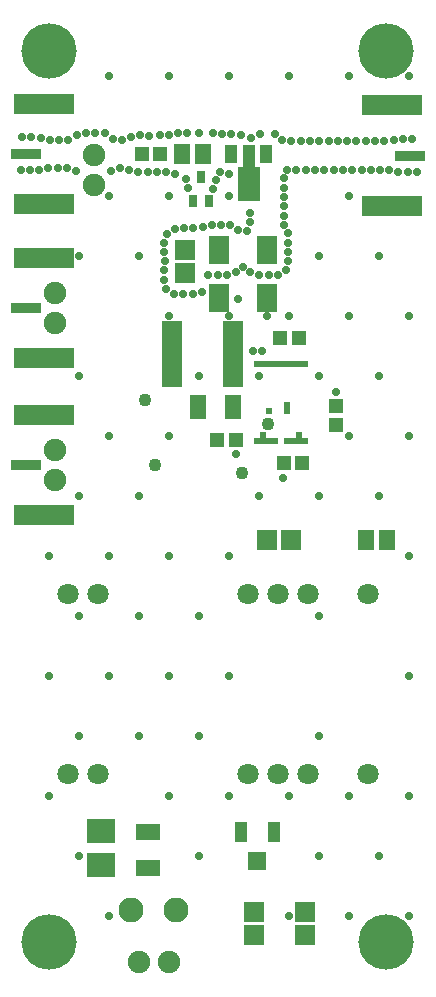
<source format=gts>
G04 Layer_Color=8388736*
%FSLAX23Y23*%
%MOIN*%
G70*
G01*
G75*
%ADD59R,0.067X0.067*%
%ADD60R,0.045X0.047*%
%ADD61R,0.047X0.045*%
%ADD62R,0.019X0.019*%
%ADD63R,0.067X0.221*%
%ADD64R,0.069X0.095*%
%ADD65R,0.043X0.059*%
%ADD66R,0.043X0.083*%
%ADD67R,0.075X0.114*%
%ADD68R,0.201X0.071*%
%ADD69R,0.101X0.036*%
%ADD70R,0.043X0.071*%
%ADD71R,0.059X0.059*%
%ADD72R,0.053X0.065*%
%ADD73R,0.026X0.043*%
%ADD74R,0.053X0.079*%
%ADD75R,0.079X0.053*%
%ADD76R,0.097X0.079*%
%ADD77R,0.067X0.067*%
%ADD78C,0.075*%
%ADD79C,0.083*%
%ADD80C,0.071*%
%ADD81C,0.185*%
%ADD82C,0.029*%
%ADD83C,0.043*%
D59*
X822Y164D02*
D03*
Y242D02*
D03*
X594Y2370D02*
D03*
Y2448D02*
D03*
X991Y242D02*
D03*
Y164D02*
D03*
D60*
X510Y2768D02*
D03*
X448D02*
D03*
X699Y1814D02*
D03*
X761D02*
D03*
X983Y1736D02*
D03*
X921D02*
D03*
X971Y2155D02*
D03*
X908D02*
D03*
D61*
X1095Y1864D02*
D03*
Y1927D02*
D03*
D62*
X833Y2066D02*
D03*
X853D02*
D03*
X873D02*
D03*
X892D02*
D03*
X912D02*
D03*
X932D02*
D03*
X951D02*
D03*
X971D02*
D03*
X991D02*
D03*
X932Y1929D02*
D03*
X873Y1909D02*
D03*
X932D02*
D03*
X853Y1830D02*
D03*
X833Y1811D02*
D03*
X991D02*
D03*
X971D02*
D03*
X951D02*
D03*
X932D02*
D03*
X892D02*
D03*
X853D02*
D03*
X873D02*
D03*
X971Y1830D02*
D03*
D63*
X753Y2100D02*
D03*
X549D02*
D03*
D64*
X866Y2287D02*
D03*
Y2448D02*
D03*
X706Y2448D02*
D03*
Y2287D02*
D03*
D65*
X864Y2768D02*
D03*
X746D02*
D03*
D66*
X805Y2757D02*
D03*
D67*
Y2666D02*
D03*
D68*
X1282Y2929D02*
D03*
Y2595D02*
D03*
X123Y2935D02*
D03*
Y2601D02*
D03*
Y2421D02*
D03*
Y2087D02*
D03*
Y1898D02*
D03*
Y1564D02*
D03*
D69*
X1344Y2762D02*
D03*
X61Y2768D02*
D03*
Y2254D02*
D03*
Y1731D02*
D03*
D70*
X888Y507D02*
D03*
X778D02*
D03*
D71*
X833Y411D02*
D03*
D72*
X1266Y1482D02*
D03*
X1196D02*
D03*
X652Y2768D02*
D03*
X582D02*
D03*
D73*
X620Y2610D02*
D03*
X672D02*
D03*
X646Y2692D02*
D03*
D74*
X751Y1923D02*
D03*
X637D02*
D03*
D75*
X469Y388D02*
D03*
Y506D02*
D03*
D76*
X312Y510D02*
D03*
Y396D02*
D03*
D77*
X867Y1480D02*
D03*
X945D02*
D03*
D78*
X440Y74D02*
D03*
X540D02*
D03*
X288Y2764D02*
D03*
Y2664D02*
D03*
X160Y2304D02*
D03*
Y2204D02*
D03*
Y1781D02*
D03*
Y1681D02*
D03*
D79*
X564Y247D02*
D03*
X414D02*
D03*
D80*
X802Y1301D02*
D03*
X202D02*
D03*
X302D02*
D03*
X902D02*
D03*
X1002D02*
D03*
X202Y701D02*
D03*
X302D02*
D03*
X802D02*
D03*
X902D02*
D03*
X1002D02*
D03*
X1202Y1301D02*
D03*
Y701D02*
D03*
D81*
X140Y140D02*
D03*
X1262D02*
D03*
Y3110D02*
D03*
X140D02*
D03*
D82*
X1339Y3027D02*
D03*
Y2227D02*
D03*
Y1827D02*
D03*
Y1427D02*
D03*
Y1027D02*
D03*
Y627D02*
D03*
Y227D02*
D03*
X1139Y3027D02*
D03*
Y2627D02*
D03*
X1239Y2427D02*
D03*
X1139Y2227D02*
D03*
X1239Y2027D02*
D03*
X1139Y1827D02*
D03*
X1239Y1627D02*
D03*
X1139Y627D02*
D03*
X1239Y427D02*
D03*
X1139Y227D02*
D03*
X939Y3027D02*
D03*
X1039Y2427D02*
D03*
X939Y2227D02*
D03*
X1039Y2027D02*
D03*
Y1627D02*
D03*
Y1227D02*
D03*
Y827D02*
D03*
X939Y627D02*
D03*
X1039Y427D02*
D03*
X939Y227D02*
D03*
X739Y3027D02*
D03*
Y2627D02*
D03*
Y2227D02*
D03*
X839Y2027D02*
D03*
Y1627D02*
D03*
X739Y1427D02*
D03*
Y1027D02*
D03*
Y627D02*
D03*
X539Y3027D02*
D03*
Y2627D02*
D03*
Y2227D02*
D03*
X639Y2027D02*
D03*
X539Y1827D02*
D03*
Y1427D02*
D03*
X639Y1227D02*
D03*
X539Y1027D02*
D03*
X639Y827D02*
D03*
X539Y627D02*
D03*
X639Y427D02*
D03*
X339Y3027D02*
D03*
Y2627D02*
D03*
X439Y2427D02*
D03*
X339Y1827D02*
D03*
X439Y1627D02*
D03*
X339Y1427D02*
D03*
X439Y1227D02*
D03*
X339Y1027D02*
D03*
X439Y827D02*
D03*
X339Y227D02*
D03*
X239Y2427D02*
D03*
Y2027D02*
D03*
Y1627D02*
D03*
X139Y1427D02*
D03*
X239Y1227D02*
D03*
X139Y1027D02*
D03*
X239Y827D02*
D03*
X139Y627D02*
D03*
X239Y427D02*
D03*
X292Y2838D02*
D03*
X261D02*
D03*
X231Y2829D02*
D03*
X203Y2815D02*
D03*
X172D02*
D03*
X141D02*
D03*
X111Y2822D02*
D03*
X80Y2823D02*
D03*
X49D02*
D03*
X45Y2713D02*
D03*
X76D02*
D03*
X107D02*
D03*
X137Y2721D02*
D03*
X168D02*
D03*
X199D02*
D03*
X228Y2710D02*
D03*
X347Y2711D02*
D03*
X376Y2721D02*
D03*
X406Y2714D02*
D03*
X437Y2707D02*
D03*
X468Y2708D02*
D03*
X474Y2828D02*
D03*
X443Y2829D02*
D03*
X412Y2825D02*
D03*
X383Y2815D02*
D03*
X352Y2818D02*
D03*
X327Y2837D02*
D03*
X770Y2283D02*
D03*
X920Y1686D02*
D03*
X762Y1768D02*
D03*
X865Y2226D02*
D03*
X849Y2110D02*
D03*
X818Y2111D02*
D03*
X1095Y1975D02*
D03*
X892Y2833D02*
D03*
X917Y2815D02*
D03*
X947Y2809D02*
D03*
X978D02*
D03*
X1009D02*
D03*
X1040D02*
D03*
X1071D02*
D03*
X1102D02*
D03*
X1133D02*
D03*
X1164D02*
D03*
X1195D02*
D03*
X1226D02*
D03*
X1257D02*
D03*
X1288Y2815D02*
D03*
X1319Y2817D02*
D03*
X1350D02*
D03*
X1366Y2707D02*
D03*
X1335D02*
D03*
X1304D02*
D03*
X1274Y2715D02*
D03*
X1243D02*
D03*
X1212D02*
D03*
X1181D02*
D03*
X1150D02*
D03*
X1119D02*
D03*
X1088D02*
D03*
X1057D02*
D03*
X1026D02*
D03*
X995D02*
D03*
X964D02*
D03*
X933D02*
D03*
X922Y2686D02*
D03*
Y2655D02*
D03*
Y2624D02*
D03*
Y2593D02*
D03*
Y2562D02*
D03*
Y2531D02*
D03*
X936Y2503D02*
D03*
X937Y2472D02*
D03*
Y2441D02*
D03*
Y2410D02*
D03*
X929Y2380D02*
D03*
X902Y2365D02*
D03*
X871Y2364D02*
D03*
X840D02*
D03*
X810Y2373D02*
D03*
X786Y2392D02*
D03*
X761Y2373D02*
D03*
X732Y2364D02*
D03*
X701D02*
D03*
X670Y2365D02*
D03*
X648Y2308D02*
D03*
X618Y2299D02*
D03*
X587D02*
D03*
X556Y2300D02*
D03*
X530Y2318D02*
D03*
X524Y2348D02*
D03*
Y2379D02*
D03*
X525Y2410D02*
D03*
X524Y2441D02*
D03*
Y2472D02*
D03*
X532Y2502D02*
D03*
X558Y2518D02*
D03*
X589Y2519D02*
D03*
X620D02*
D03*
X651Y2524D02*
D03*
X681Y2532D02*
D03*
X712D02*
D03*
X743Y2532D02*
D03*
X769Y2515D02*
D03*
X800Y2512D02*
D03*
X810Y2541D02*
D03*
Y2572D02*
D03*
X814Y2819D02*
D03*
X841Y2834D02*
D03*
X686Y2836D02*
D03*
X716Y2833D02*
D03*
X747Y2835D02*
D03*
X778Y2832D02*
D03*
X739Y2702D02*
D03*
X708Y2707D02*
D03*
X696Y2679D02*
D03*
X686Y2649D02*
D03*
X603Y2653D02*
D03*
X596Y2683D02*
D03*
X638Y2838D02*
D03*
X559Y2699D02*
D03*
X529Y2707D02*
D03*
X498D02*
D03*
X508Y2829D02*
D03*
X538Y2832D02*
D03*
X569Y2838D02*
D03*
X600D02*
D03*
D83*
X460Y1947D02*
D03*
X869Y1868D02*
D03*
X491Y1731D02*
D03*
X784Y1705D02*
D03*
M02*

</source>
